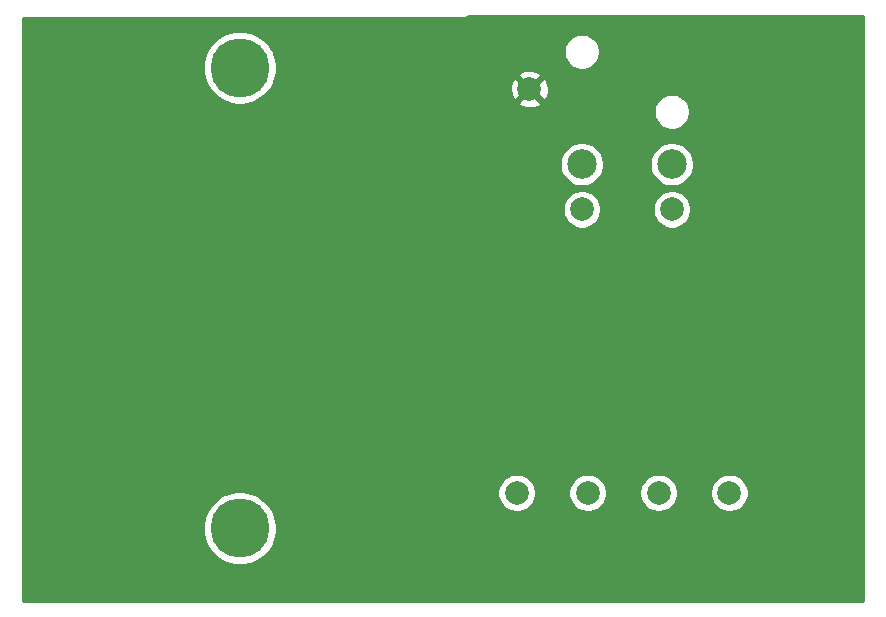
<source format=gbr>
%TF.GenerationSoftware,KiCad,Pcbnew,(5.1.10)-1*%
%TF.CreationDate,2022-11-15T17:45:26-07:00*%
%TF.ProjectId,Stepper_to_XLR4,53746570-7065-4725-9f74-6f5f584c5234,rev?*%
%TF.SameCoordinates,Original*%
%TF.FileFunction,Copper,L2,Bot*%
%TF.FilePolarity,Positive*%
%FSLAX46Y46*%
G04 Gerber Fmt 4.6, Leading zero omitted, Abs format (unit mm)*
G04 Created by KiCad (PCBNEW (5.1.10)-1) date 2022-11-15 17:45:26*
%MOMM*%
%LPD*%
G01*
G04 APERTURE LIST*
%TA.AperFunction,WasherPad*%
%ADD10C,5.000000*%
%TD*%
%TA.AperFunction,ComponentPad*%
%ADD11C,2.000000*%
%TD*%
%TA.AperFunction,ComponentPad*%
%ADD12C,2.500000*%
%TD*%
%TA.AperFunction,Conductor*%
%ADD13C,0.254000*%
%TD*%
%TA.AperFunction,Conductor*%
%ADD14C,0.100000*%
%TD*%
G04 APERTURE END LIST*
D10*
%TO.P,MH4,*%
%TO.N,*%
X19050000Y-44000000D03*
%TD*%
%TO.P,MH1,*%
%TO.N,*%
X19050000Y-5000000D03*
%TD*%
D11*
%TO.P,J1,4*%
%TO.N,Net-(J1-Pad4)*%
X60500000Y-41000000D03*
%TO.P,J1,3*%
%TO.N,Net-(J1-Pad3)*%
X54500000Y-41000000D03*
%TO.P,J1,2*%
%TO.N,Net-(J1-Pad2)*%
X48500000Y-41000000D03*
%TO.P,J1,1*%
%TO.N,Net-(J1-Pad1)*%
X42500000Y-41000000D03*
%TD*%
%TO.P,PS1,5*%
%TO.N,GND*%
X43570000Y-6815000D03*
%TO.P,PS1,4*%
%TO.N,Net-(J1-Pad4)*%
X55630000Y-16985000D03*
D12*
%TO.P,PS1,3*%
%TO.N,Net-(J1-Pad3)*%
X55630000Y-13170000D03*
%TO.P,PS1,2*%
%TO.N,Net-(J1-Pad2)*%
X48010000Y-13170000D03*
D11*
%TO.P,PS1,1*%
%TO.N,Net-(J1-Pad1)*%
X48010000Y-16985000D03*
%TD*%
D13*
%TO.N,GND*%
X71840000Y-50140000D02*
X660000Y-50140000D01*
X660000Y-43691229D01*
X15915000Y-43691229D01*
X15915000Y-44308771D01*
X16035476Y-44914446D01*
X16271799Y-45484979D01*
X16614886Y-45998446D01*
X17051554Y-46435114D01*
X17565021Y-46778201D01*
X18135554Y-47014524D01*
X18741229Y-47135000D01*
X19358771Y-47135000D01*
X19964446Y-47014524D01*
X20534979Y-46778201D01*
X21048446Y-46435114D01*
X21485114Y-45998446D01*
X21828201Y-45484979D01*
X22064524Y-44914446D01*
X22185000Y-44308771D01*
X22185000Y-43691229D01*
X22064524Y-43085554D01*
X21828201Y-42515021D01*
X21485114Y-42001554D01*
X21048446Y-41564886D01*
X20534979Y-41221799D01*
X19964446Y-40985476D01*
X19358771Y-40865000D01*
X18741229Y-40865000D01*
X18135554Y-40985476D01*
X17565021Y-41221799D01*
X17051554Y-41564886D01*
X16614886Y-42001554D01*
X16271799Y-42515021D01*
X16035476Y-43085554D01*
X15915000Y-43691229D01*
X660000Y-43691229D01*
X660000Y-40838967D01*
X40865000Y-40838967D01*
X40865000Y-41161033D01*
X40927832Y-41476912D01*
X41051082Y-41774463D01*
X41230013Y-42042252D01*
X41457748Y-42269987D01*
X41725537Y-42448918D01*
X42023088Y-42572168D01*
X42338967Y-42635000D01*
X42661033Y-42635000D01*
X42976912Y-42572168D01*
X43274463Y-42448918D01*
X43542252Y-42269987D01*
X43769987Y-42042252D01*
X43948918Y-41774463D01*
X44072168Y-41476912D01*
X44135000Y-41161033D01*
X44135000Y-40838967D01*
X46865000Y-40838967D01*
X46865000Y-41161033D01*
X46927832Y-41476912D01*
X47051082Y-41774463D01*
X47230013Y-42042252D01*
X47457748Y-42269987D01*
X47725537Y-42448918D01*
X48023088Y-42572168D01*
X48338967Y-42635000D01*
X48661033Y-42635000D01*
X48976912Y-42572168D01*
X49274463Y-42448918D01*
X49542252Y-42269987D01*
X49769987Y-42042252D01*
X49948918Y-41774463D01*
X50072168Y-41476912D01*
X50135000Y-41161033D01*
X50135000Y-40838967D01*
X52865000Y-40838967D01*
X52865000Y-41161033D01*
X52927832Y-41476912D01*
X53051082Y-41774463D01*
X53230013Y-42042252D01*
X53457748Y-42269987D01*
X53725537Y-42448918D01*
X54023088Y-42572168D01*
X54338967Y-42635000D01*
X54661033Y-42635000D01*
X54976912Y-42572168D01*
X55274463Y-42448918D01*
X55542252Y-42269987D01*
X55769987Y-42042252D01*
X55948918Y-41774463D01*
X56072168Y-41476912D01*
X56135000Y-41161033D01*
X56135000Y-40838967D01*
X58865000Y-40838967D01*
X58865000Y-41161033D01*
X58927832Y-41476912D01*
X59051082Y-41774463D01*
X59230013Y-42042252D01*
X59457748Y-42269987D01*
X59725537Y-42448918D01*
X60023088Y-42572168D01*
X60338967Y-42635000D01*
X60661033Y-42635000D01*
X60976912Y-42572168D01*
X61274463Y-42448918D01*
X61542252Y-42269987D01*
X61769987Y-42042252D01*
X61948918Y-41774463D01*
X62072168Y-41476912D01*
X62135000Y-41161033D01*
X62135000Y-40838967D01*
X62072168Y-40523088D01*
X61948918Y-40225537D01*
X61769987Y-39957748D01*
X61542252Y-39730013D01*
X61274463Y-39551082D01*
X60976912Y-39427832D01*
X60661033Y-39365000D01*
X60338967Y-39365000D01*
X60023088Y-39427832D01*
X59725537Y-39551082D01*
X59457748Y-39730013D01*
X59230013Y-39957748D01*
X59051082Y-40225537D01*
X58927832Y-40523088D01*
X58865000Y-40838967D01*
X56135000Y-40838967D01*
X56072168Y-40523088D01*
X55948918Y-40225537D01*
X55769987Y-39957748D01*
X55542252Y-39730013D01*
X55274463Y-39551082D01*
X54976912Y-39427832D01*
X54661033Y-39365000D01*
X54338967Y-39365000D01*
X54023088Y-39427832D01*
X53725537Y-39551082D01*
X53457748Y-39730013D01*
X53230013Y-39957748D01*
X53051082Y-40225537D01*
X52927832Y-40523088D01*
X52865000Y-40838967D01*
X50135000Y-40838967D01*
X50072168Y-40523088D01*
X49948918Y-40225537D01*
X49769987Y-39957748D01*
X49542252Y-39730013D01*
X49274463Y-39551082D01*
X48976912Y-39427832D01*
X48661033Y-39365000D01*
X48338967Y-39365000D01*
X48023088Y-39427832D01*
X47725537Y-39551082D01*
X47457748Y-39730013D01*
X47230013Y-39957748D01*
X47051082Y-40225537D01*
X46927832Y-40523088D01*
X46865000Y-40838967D01*
X44135000Y-40838967D01*
X44072168Y-40523088D01*
X43948918Y-40225537D01*
X43769987Y-39957748D01*
X43542252Y-39730013D01*
X43274463Y-39551082D01*
X42976912Y-39427832D01*
X42661033Y-39365000D01*
X42338967Y-39365000D01*
X42023088Y-39427832D01*
X41725537Y-39551082D01*
X41457748Y-39730013D01*
X41230013Y-39957748D01*
X41051082Y-40225537D01*
X40927832Y-40523088D01*
X40865000Y-40838967D01*
X660000Y-40838967D01*
X660000Y-16823967D01*
X46375000Y-16823967D01*
X46375000Y-17146033D01*
X46437832Y-17461912D01*
X46561082Y-17759463D01*
X46740013Y-18027252D01*
X46967748Y-18254987D01*
X47235537Y-18433918D01*
X47533088Y-18557168D01*
X47848967Y-18620000D01*
X48171033Y-18620000D01*
X48486912Y-18557168D01*
X48784463Y-18433918D01*
X49052252Y-18254987D01*
X49279987Y-18027252D01*
X49458918Y-17759463D01*
X49582168Y-17461912D01*
X49645000Y-17146033D01*
X49645000Y-16823967D01*
X53995000Y-16823967D01*
X53995000Y-17146033D01*
X54057832Y-17461912D01*
X54181082Y-17759463D01*
X54360013Y-18027252D01*
X54587748Y-18254987D01*
X54855537Y-18433918D01*
X55153088Y-18557168D01*
X55468967Y-18620000D01*
X55791033Y-18620000D01*
X56106912Y-18557168D01*
X56404463Y-18433918D01*
X56672252Y-18254987D01*
X56899987Y-18027252D01*
X57078918Y-17759463D01*
X57202168Y-17461912D01*
X57265000Y-17146033D01*
X57265000Y-16823967D01*
X57202168Y-16508088D01*
X57078918Y-16210537D01*
X56899987Y-15942748D01*
X56672252Y-15715013D01*
X56404463Y-15536082D01*
X56106912Y-15412832D01*
X55791033Y-15350000D01*
X55468967Y-15350000D01*
X55153088Y-15412832D01*
X54855537Y-15536082D01*
X54587748Y-15715013D01*
X54360013Y-15942748D01*
X54181082Y-16210537D01*
X54057832Y-16508088D01*
X53995000Y-16823967D01*
X49645000Y-16823967D01*
X49582168Y-16508088D01*
X49458918Y-16210537D01*
X49279987Y-15942748D01*
X49052252Y-15715013D01*
X48784463Y-15536082D01*
X48486912Y-15412832D01*
X48171033Y-15350000D01*
X47848967Y-15350000D01*
X47533088Y-15412832D01*
X47235537Y-15536082D01*
X46967748Y-15715013D01*
X46740013Y-15942748D01*
X46561082Y-16210537D01*
X46437832Y-16508088D01*
X46375000Y-16823967D01*
X660000Y-16823967D01*
X660000Y-12984344D01*
X46125000Y-12984344D01*
X46125000Y-13355656D01*
X46197439Y-13719834D01*
X46339534Y-14062882D01*
X46545825Y-14371618D01*
X46808382Y-14634175D01*
X47117118Y-14840466D01*
X47460166Y-14982561D01*
X47824344Y-15055000D01*
X48195656Y-15055000D01*
X48559834Y-14982561D01*
X48902882Y-14840466D01*
X49211618Y-14634175D01*
X49474175Y-14371618D01*
X49680466Y-14062882D01*
X49822561Y-13719834D01*
X49895000Y-13355656D01*
X49895000Y-12984344D01*
X53745000Y-12984344D01*
X53745000Y-13355656D01*
X53817439Y-13719834D01*
X53959534Y-14062882D01*
X54165825Y-14371618D01*
X54428382Y-14634175D01*
X54737118Y-14840466D01*
X55080166Y-14982561D01*
X55444344Y-15055000D01*
X55815656Y-15055000D01*
X56179834Y-14982561D01*
X56522882Y-14840466D01*
X56831618Y-14634175D01*
X57094175Y-14371618D01*
X57300466Y-14062882D01*
X57442561Y-13719834D01*
X57515000Y-13355656D01*
X57515000Y-12984344D01*
X57442561Y-12620166D01*
X57300466Y-12277118D01*
X57094175Y-11968382D01*
X56831618Y-11705825D01*
X56522882Y-11499534D01*
X56179834Y-11357439D01*
X55815656Y-11285000D01*
X55444344Y-11285000D01*
X55080166Y-11357439D01*
X54737118Y-11499534D01*
X54428382Y-11705825D01*
X54165825Y-11968382D01*
X53959534Y-12277118D01*
X53817439Y-12620166D01*
X53745000Y-12984344D01*
X49895000Y-12984344D01*
X49822561Y-12620166D01*
X49680466Y-12277118D01*
X49474175Y-11968382D01*
X49211618Y-11705825D01*
X48902882Y-11499534D01*
X48559834Y-11357439D01*
X48195656Y-11285000D01*
X47824344Y-11285000D01*
X47460166Y-11357439D01*
X47117118Y-11499534D01*
X46808382Y-11705825D01*
X46545825Y-11968382D01*
X46339534Y-12277118D01*
X46197439Y-12620166D01*
X46125000Y-12984344D01*
X660000Y-12984344D01*
X660000Y-8573816D01*
X54095000Y-8573816D01*
X54095000Y-8876184D01*
X54153989Y-9172743D01*
X54269701Y-9452095D01*
X54437688Y-9703505D01*
X54651495Y-9917312D01*
X54902905Y-10085299D01*
X55182257Y-10201011D01*
X55478816Y-10260000D01*
X55781184Y-10260000D01*
X56077743Y-10201011D01*
X56357095Y-10085299D01*
X56608505Y-9917312D01*
X56822312Y-9703505D01*
X56990299Y-9452095D01*
X57106011Y-9172743D01*
X57165000Y-8876184D01*
X57165000Y-8573816D01*
X57106011Y-8277257D01*
X56990299Y-7997905D01*
X56822312Y-7746495D01*
X56608505Y-7532688D01*
X56357095Y-7364701D01*
X56077743Y-7248989D01*
X55781184Y-7190000D01*
X55478816Y-7190000D01*
X55182257Y-7248989D01*
X54902905Y-7364701D01*
X54651495Y-7532688D01*
X54437688Y-7746495D01*
X54269701Y-7997905D01*
X54153989Y-8277257D01*
X54095000Y-8573816D01*
X660000Y-8573816D01*
X660000Y-4691229D01*
X15915000Y-4691229D01*
X15915000Y-5308771D01*
X16035476Y-5914446D01*
X16271799Y-6484979D01*
X16614886Y-6998446D01*
X17051554Y-7435114D01*
X17565021Y-7778201D01*
X18135554Y-8014524D01*
X18741229Y-8135000D01*
X19358771Y-8135000D01*
X19964446Y-8014524D01*
X20119223Y-7950413D01*
X42614192Y-7950413D01*
X42709956Y-8214814D01*
X42999571Y-8355704D01*
X43311108Y-8437384D01*
X43632595Y-8456718D01*
X43951675Y-8412961D01*
X44256088Y-8307795D01*
X44430044Y-8214814D01*
X44525808Y-7950413D01*
X43570000Y-6994605D01*
X42614192Y-7950413D01*
X20119223Y-7950413D01*
X20534979Y-7778201D01*
X21048446Y-7435114D01*
X21485114Y-6998446D01*
X21565863Y-6877595D01*
X41928282Y-6877595D01*
X41972039Y-7196675D01*
X42077205Y-7501088D01*
X42170186Y-7675044D01*
X42434587Y-7770808D01*
X43390395Y-6815000D01*
X43749605Y-6815000D01*
X44705413Y-7770808D01*
X44969814Y-7675044D01*
X45110704Y-7385429D01*
X45192384Y-7073892D01*
X45211718Y-6752405D01*
X45167961Y-6433325D01*
X45062795Y-6128912D01*
X44969814Y-5954956D01*
X44705413Y-5859192D01*
X43749605Y-6815000D01*
X43390395Y-6815000D01*
X42434587Y-5859192D01*
X42170186Y-5954956D01*
X42029296Y-6244571D01*
X41947616Y-6556108D01*
X41928282Y-6877595D01*
X21565863Y-6877595D01*
X21828201Y-6484979D01*
X22064524Y-5914446D01*
X22111240Y-5679587D01*
X42614192Y-5679587D01*
X43570000Y-6635395D01*
X44525808Y-5679587D01*
X44430044Y-5415186D01*
X44140429Y-5274296D01*
X43828892Y-5192616D01*
X43507405Y-5173282D01*
X43188325Y-5217039D01*
X42883912Y-5322205D01*
X42709956Y-5415186D01*
X42614192Y-5679587D01*
X22111240Y-5679587D01*
X22185000Y-5308771D01*
X22185000Y-4691229D01*
X22064524Y-4085554D01*
X21828201Y-3515021D01*
X21814033Y-3493816D01*
X46475000Y-3493816D01*
X46475000Y-3796184D01*
X46533989Y-4092743D01*
X46649701Y-4372095D01*
X46817688Y-4623505D01*
X47031495Y-4837312D01*
X47282905Y-5005299D01*
X47562257Y-5121011D01*
X47858816Y-5180000D01*
X48161184Y-5180000D01*
X48457743Y-5121011D01*
X48737095Y-5005299D01*
X48988505Y-4837312D01*
X49202312Y-4623505D01*
X49370299Y-4372095D01*
X49486011Y-4092743D01*
X49545000Y-3796184D01*
X49545000Y-3493816D01*
X49486011Y-3197257D01*
X49370299Y-2917905D01*
X49202312Y-2666495D01*
X48988505Y-2452688D01*
X48737095Y-2284701D01*
X48457743Y-2168989D01*
X48161184Y-2110000D01*
X47858816Y-2110000D01*
X47562257Y-2168989D01*
X47282905Y-2284701D01*
X47031495Y-2452688D01*
X46817688Y-2666495D01*
X46649701Y-2917905D01*
X46533989Y-3197257D01*
X46475000Y-3493816D01*
X21814033Y-3493816D01*
X21485114Y-3001554D01*
X21048446Y-2564886D01*
X20534979Y-2221799D01*
X19964446Y-1985476D01*
X19358771Y-1865000D01*
X18741229Y-1865000D01*
X18135554Y-1985476D01*
X17565021Y-2221799D01*
X17051554Y-2564886D01*
X16614886Y-3001554D01*
X16271799Y-3515021D01*
X16035476Y-4085554D01*
X15915000Y-4691229D01*
X660000Y-4691229D01*
X660000Y-760000D01*
X38137333Y-760000D01*
X38248986Y-749003D01*
X38392247Y-705546D01*
X38477456Y-660000D01*
X71840001Y-660000D01*
X71840000Y-50140000D01*
%TA.AperFunction,Conductor*%
D14*
G36*
X71840000Y-50140000D02*
G01*
X660000Y-50140000D01*
X660000Y-43691229D01*
X15915000Y-43691229D01*
X15915000Y-44308771D01*
X16035476Y-44914446D01*
X16271799Y-45484979D01*
X16614886Y-45998446D01*
X17051554Y-46435114D01*
X17565021Y-46778201D01*
X18135554Y-47014524D01*
X18741229Y-47135000D01*
X19358771Y-47135000D01*
X19964446Y-47014524D01*
X20534979Y-46778201D01*
X21048446Y-46435114D01*
X21485114Y-45998446D01*
X21828201Y-45484979D01*
X22064524Y-44914446D01*
X22185000Y-44308771D01*
X22185000Y-43691229D01*
X22064524Y-43085554D01*
X21828201Y-42515021D01*
X21485114Y-42001554D01*
X21048446Y-41564886D01*
X20534979Y-41221799D01*
X19964446Y-40985476D01*
X19358771Y-40865000D01*
X18741229Y-40865000D01*
X18135554Y-40985476D01*
X17565021Y-41221799D01*
X17051554Y-41564886D01*
X16614886Y-42001554D01*
X16271799Y-42515021D01*
X16035476Y-43085554D01*
X15915000Y-43691229D01*
X660000Y-43691229D01*
X660000Y-40838967D01*
X40865000Y-40838967D01*
X40865000Y-41161033D01*
X40927832Y-41476912D01*
X41051082Y-41774463D01*
X41230013Y-42042252D01*
X41457748Y-42269987D01*
X41725537Y-42448918D01*
X42023088Y-42572168D01*
X42338967Y-42635000D01*
X42661033Y-42635000D01*
X42976912Y-42572168D01*
X43274463Y-42448918D01*
X43542252Y-42269987D01*
X43769987Y-42042252D01*
X43948918Y-41774463D01*
X44072168Y-41476912D01*
X44135000Y-41161033D01*
X44135000Y-40838967D01*
X46865000Y-40838967D01*
X46865000Y-41161033D01*
X46927832Y-41476912D01*
X47051082Y-41774463D01*
X47230013Y-42042252D01*
X47457748Y-42269987D01*
X47725537Y-42448918D01*
X48023088Y-42572168D01*
X48338967Y-42635000D01*
X48661033Y-42635000D01*
X48976912Y-42572168D01*
X49274463Y-42448918D01*
X49542252Y-42269987D01*
X49769987Y-42042252D01*
X49948918Y-41774463D01*
X50072168Y-41476912D01*
X50135000Y-41161033D01*
X50135000Y-40838967D01*
X52865000Y-40838967D01*
X52865000Y-41161033D01*
X52927832Y-41476912D01*
X53051082Y-41774463D01*
X53230013Y-42042252D01*
X53457748Y-42269987D01*
X53725537Y-42448918D01*
X54023088Y-42572168D01*
X54338967Y-42635000D01*
X54661033Y-42635000D01*
X54976912Y-42572168D01*
X55274463Y-42448918D01*
X55542252Y-42269987D01*
X55769987Y-42042252D01*
X55948918Y-41774463D01*
X56072168Y-41476912D01*
X56135000Y-41161033D01*
X56135000Y-40838967D01*
X58865000Y-40838967D01*
X58865000Y-41161033D01*
X58927832Y-41476912D01*
X59051082Y-41774463D01*
X59230013Y-42042252D01*
X59457748Y-42269987D01*
X59725537Y-42448918D01*
X60023088Y-42572168D01*
X60338967Y-42635000D01*
X60661033Y-42635000D01*
X60976912Y-42572168D01*
X61274463Y-42448918D01*
X61542252Y-42269987D01*
X61769987Y-42042252D01*
X61948918Y-41774463D01*
X62072168Y-41476912D01*
X62135000Y-41161033D01*
X62135000Y-40838967D01*
X62072168Y-40523088D01*
X61948918Y-40225537D01*
X61769987Y-39957748D01*
X61542252Y-39730013D01*
X61274463Y-39551082D01*
X60976912Y-39427832D01*
X60661033Y-39365000D01*
X60338967Y-39365000D01*
X60023088Y-39427832D01*
X59725537Y-39551082D01*
X59457748Y-39730013D01*
X59230013Y-39957748D01*
X59051082Y-40225537D01*
X58927832Y-40523088D01*
X58865000Y-40838967D01*
X56135000Y-40838967D01*
X56072168Y-40523088D01*
X55948918Y-40225537D01*
X55769987Y-39957748D01*
X55542252Y-39730013D01*
X55274463Y-39551082D01*
X54976912Y-39427832D01*
X54661033Y-39365000D01*
X54338967Y-39365000D01*
X54023088Y-39427832D01*
X53725537Y-39551082D01*
X53457748Y-39730013D01*
X53230013Y-39957748D01*
X53051082Y-40225537D01*
X52927832Y-40523088D01*
X52865000Y-40838967D01*
X50135000Y-40838967D01*
X50072168Y-40523088D01*
X49948918Y-40225537D01*
X49769987Y-39957748D01*
X49542252Y-39730013D01*
X49274463Y-39551082D01*
X48976912Y-39427832D01*
X48661033Y-39365000D01*
X48338967Y-39365000D01*
X48023088Y-39427832D01*
X47725537Y-39551082D01*
X47457748Y-39730013D01*
X47230013Y-39957748D01*
X47051082Y-40225537D01*
X46927832Y-40523088D01*
X46865000Y-40838967D01*
X44135000Y-40838967D01*
X44072168Y-40523088D01*
X43948918Y-40225537D01*
X43769987Y-39957748D01*
X43542252Y-39730013D01*
X43274463Y-39551082D01*
X42976912Y-39427832D01*
X42661033Y-39365000D01*
X42338967Y-39365000D01*
X42023088Y-39427832D01*
X41725537Y-39551082D01*
X41457748Y-39730013D01*
X41230013Y-39957748D01*
X41051082Y-40225537D01*
X40927832Y-40523088D01*
X40865000Y-40838967D01*
X660000Y-40838967D01*
X660000Y-16823967D01*
X46375000Y-16823967D01*
X46375000Y-17146033D01*
X46437832Y-17461912D01*
X46561082Y-17759463D01*
X46740013Y-18027252D01*
X46967748Y-18254987D01*
X47235537Y-18433918D01*
X47533088Y-18557168D01*
X47848967Y-18620000D01*
X48171033Y-18620000D01*
X48486912Y-18557168D01*
X48784463Y-18433918D01*
X49052252Y-18254987D01*
X49279987Y-18027252D01*
X49458918Y-17759463D01*
X49582168Y-17461912D01*
X49645000Y-17146033D01*
X49645000Y-16823967D01*
X53995000Y-16823967D01*
X53995000Y-17146033D01*
X54057832Y-17461912D01*
X54181082Y-17759463D01*
X54360013Y-18027252D01*
X54587748Y-18254987D01*
X54855537Y-18433918D01*
X55153088Y-18557168D01*
X55468967Y-18620000D01*
X55791033Y-18620000D01*
X56106912Y-18557168D01*
X56404463Y-18433918D01*
X56672252Y-18254987D01*
X56899987Y-18027252D01*
X57078918Y-17759463D01*
X57202168Y-17461912D01*
X57265000Y-17146033D01*
X57265000Y-16823967D01*
X57202168Y-16508088D01*
X57078918Y-16210537D01*
X56899987Y-15942748D01*
X56672252Y-15715013D01*
X56404463Y-15536082D01*
X56106912Y-15412832D01*
X55791033Y-15350000D01*
X55468967Y-15350000D01*
X55153088Y-15412832D01*
X54855537Y-15536082D01*
X54587748Y-15715013D01*
X54360013Y-15942748D01*
X54181082Y-16210537D01*
X54057832Y-16508088D01*
X53995000Y-16823967D01*
X49645000Y-16823967D01*
X49582168Y-16508088D01*
X49458918Y-16210537D01*
X49279987Y-15942748D01*
X49052252Y-15715013D01*
X48784463Y-15536082D01*
X48486912Y-15412832D01*
X48171033Y-15350000D01*
X47848967Y-15350000D01*
X47533088Y-15412832D01*
X47235537Y-15536082D01*
X46967748Y-15715013D01*
X46740013Y-15942748D01*
X46561082Y-16210537D01*
X46437832Y-16508088D01*
X46375000Y-16823967D01*
X660000Y-16823967D01*
X660000Y-12984344D01*
X46125000Y-12984344D01*
X46125000Y-13355656D01*
X46197439Y-13719834D01*
X46339534Y-14062882D01*
X46545825Y-14371618D01*
X46808382Y-14634175D01*
X47117118Y-14840466D01*
X47460166Y-14982561D01*
X47824344Y-15055000D01*
X48195656Y-15055000D01*
X48559834Y-14982561D01*
X48902882Y-14840466D01*
X49211618Y-14634175D01*
X49474175Y-14371618D01*
X49680466Y-14062882D01*
X49822561Y-13719834D01*
X49895000Y-13355656D01*
X49895000Y-12984344D01*
X53745000Y-12984344D01*
X53745000Y-13355656D01*
X53817439Y-13719834D01*
X53959534Y-14062882D01*
X54165825Y-14371618D01*
X54428382Y-14634175D01*
X54737118Y-14840466D01*
X55080166Y-14982561D01*
X55444344Y-15055000D01*
X55815656Y-15055000D01*
X56179834Y-14982561D01*
X56522882Y-14840466D01*
X56831618Y-14634175D01*
X57094175Y-14371618D01*
X57300466Y-14062882D01*
X57442561Y-13719834D01*
X57515000Y-13355656D01*
X57515000Y-12984344D01*
X57442561Y-12620166D01*
X57300466Y-12277118D01*
X57094175Y-11968382D01*
X56831618Y-11705825D01*
X56522882Y-11499534D01*
X56179834Y-11357439D01*
X55815656Y-11285000D01*
X55444344Y-11285000D01*
X55080166Y-11357439D01*
X54737118Y-11499534D01*
X54428382Y-11705825D01*
X54165825Y-11968382D01*
X53959534Y-12277118D01*
X53817439Y-12620166D01*
X53745000Y-12984344D01*
X49895000Y-12984344D01*
X49822561Y-12620166D01*
X49680466Y-12277118D01*
X49474175Y-11968382D01*
X49211618Y-11705825D01*
X48902882Y-11499534D01*
X48559834Y-11357439D01*
X48195656Y-11285000D01*
X47824344Y-11285000D01*
X47460166Y-11357439D01*
X47117118Y-11499534D01*
X46808382Y-11705825D01*
X46545825Y-11968382D01*
X46339534Y-12277118D01*
X46197439Y-12620166D01*
X46125000Y-12984344D01*
X660000Y-12984344D01*
X660000Y-8573816D01*
X54095000Y-8573816D01*
X54095000Y-8876184D01*
X54153989Y-9172743D01*
X54269701Y-9452095D01*
X54437688Y-9703505D01*
X54651495Y-9917312D01*
X54902905Y-10085299D01*
X55182257Y-10201011D01*
X55478816Y-10260000D01*
X55781184Y-10260000D01*
X56077743Y-10201011D01*
X56357095Y-10085299D01*
X56608505Y-9917312D01*
X56822312Y-9703505D01*
X56990299Y-9452095D01*
X57106011Y-9172743D01*
X57165000Y-8876184D01*
X57165000Y-8573816D01*
X57106011Y-8277257D01*
X56990299Y-7997905D01*
X56822312Y-7746495D01*
X56608505Y-7532688D01*
X56357095Y-7364701D01*
X56077743Y-7248989D01*
X55781184Y-7190000D01*
X55478816Y-7190000D01*
X55182257Y-7248989D01*
X54902905Y-7364701D01*
X54651495Y-7532688D01*
X54437688Y-7746495D01*
X54269701Y-7997905D01*
X54153989Y-8277257D01*
X54095000Y-8573816D01*
X660000Y-8573816D01*
X660000Y-4691229D01*
X15915000Y-4691229D01*
X15915000Y-5308771D01*
X16035476Y-5914446D01*
X16271799Y-6484979D01*
X16614886Y-6998446D01*
X17051554Y-7435114D01*
X17565021Y-7778201D01*
X18135554Y-8014524D01*
X18741229Y-8135000D01*
X19358771Y-8135000D01*
X19964446Y-8014524D01*
X20119223Y-7950413D01*
X42614192Y-7950413D01*
X42709956Y-8214814D01*
X42999571Y-8355704D01*
X43311108Y-8437384D01*
X43632595Y-8456718D01*
X43951675Y-8412961D01*
X44256088Y-8307795D01*
X44430044Y-8214814D01*
X44525808Y-7950413D01*
X43570000Y-6994605D01*
X42614192Y-7950413D01*
X20119223Y-7950413D01*
X20534979Y-7778201D01*
X21048446Y-7435114D01*
X21485114Y-6998446D01*
X21565863Y-6877595D01*
X41928282Y-6877595D01*
X41972039Y-7196675D01*
X42077205Y-7501088D01*
X42170186Y-7675044D01*
X42434587Y-7770808D01*
X43390395Y-6815000D01*
X43749605Y-6815000D01*
X44705413Y-7770808D01*
X44969814Y-7675044D01*
X45110704Y-7385429D01*
X45192384Y-7073892D01*
X45211718Y-6752405D01*
X45167961Y-6433325D01*
X45062795Y-6128912D01*
X44969814Y-5954956D01*
X44705413Y-5859192D01*
X43749605Y-6815000D01*
X43390395Y-6815000D01*
X42434587Y-5859192D01*
X42170186Y-5954956D01*
X42029296Y-6244571D01*
X41947616Y-6556108D01*
X41928282Y-6877595D01*
X21565863Y-6877595D01*
X21828201Y-6484979D01*
X22064524Y-5914446D01*
X22111240Y-5679587D01*
X42614192Y-5679587D01*
X43570000Y-6635395D01*
X44525808Y-5679587D01*
X44430044Y-5415186D01*
X44140429Y-5274296D01*
X43828892Y-5192616D01*
X43507405Y-5173282D01*
X43188325Y-5217039D01*
X42883912Y-5322205D01*
X42709956Y-5415186D01*
X42614192Y-5679587D01*
X22111240Y-5679587D01*
X22185000Y-5308771D01*
X22185000Y-4691229D01*
X22064524Y-4085554D01*
X21828201Y-3515021D01*
X21814033Y-3493816D01*
X46475000Y-3493816D01*
X46475000Y-3796184D01*
X46533989Y-4092743D01*
X46649701Y-4372095D01*
X46817688Y-4623505D01*
X47031495Y-4837312D01*
X47282905Y-5005299D01*
X47562257Y-5121011D01*
X47858816Y-5180000D01*
X48161184Y-5180000D01*
X48457743Y-5121011D01*
X48737095Y-5005299D01*
X48988505Y-4837312D01*
X49202312Y-4623505D01*
X49370299Y-4372095D01*
X49486011Y-4092743D01*
X49545000Y-3796184D01*
X49545000Y-3493816D01*
X49486011Y-3197257D01*
X49370299Y-2917905D01*
X49202312Y-2666495D01*
X48988505Y-2452688D01*
X48737095Y-2284701D01*
X48457743Y-2168989D01*
X48161184Y-2110000D01*
X47858816Y-2110000D01*
X47562257Y-2168989D01*
X47282905Y-2284701D01*
X47031495Y-2452688D01*
X46817688Y-2666495D01*
X46649701Y-2917905D01*
X46533989Y-3197257D01*
X46475000Y-3493816D01*
X21814033Y-3493816D01*
X21485114Y-3001554D01*
X21048446Y-2564886D01*
X20534979Y-2221799D01*
X19964446Y-1985476D01*
X19358771Y-1865000D01*
X18741229Y-1865000D01*
X18135554Y-1985476D01*
X17565021Y-2221799D01*
X17051554Y-2564886D01*
X16614886Y-3001554D01*
X16271799Y-3515021D01*
X16035476Y-4085554D01*
X15915000Y-4691229D01*
X660000Y-4691229D01*
X660000Y-760000D01*
X38137333Y-760000D01*
X38248986Y-749003D01*
X38392247Y-705546D01*
X38477456Y-660000D01*
X71840001Y-660000D01*
X71840000Y-50140000D01*
G37*
%TD.AperFunction*%
%TD*%
M02*

</source>
